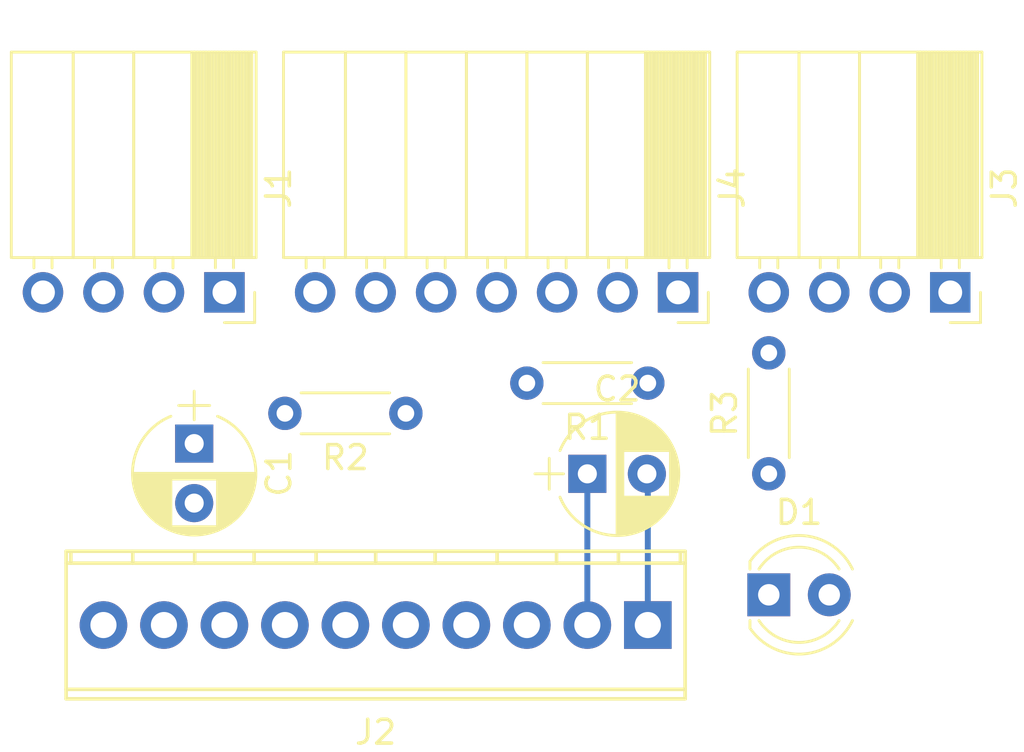
<source format=kicad_pcb>
(kicad_pcb (version 4) (host pcbnew 4.0.6-e0-6349~53~ubuntu16.04.1)

  (general
    (links 23)
    (no_connects 21)
    (area 0 0 0 0)
    (thickness 1.6)
    (drawings 0)
    (tracks 3)
    (zones 0)
    (modules 10)
    (nets 13)
  )

  (page A4)
  (layers
    (0 F.Cu signal)
    (31 B.Cu signal)
    (32 B.Adhes user)
    (33 F.Adhes user)
    (34 B.Paste user)
    (35 F.Paste user)
    (36 B.SilkS user)
    (37 F.SilkS user)
    (38 B.Mask user)
    (39 F.Mask user)
    (40 Dwgs.User user)
    (41 Cmts.User user)
    (42 Eco1.User user)
    (43 Eco2.User user)
    (44 Edge.Cuts user)
    (45 Margin user)
    (46 B.CrtYd user)
    (47 F.CrtYd user)
    (48 B.Fab user)
    (49 F.Fab user)
  )

  (setup
    (last_trace_width 0.25)
    (trace_clearance 0.2)
    (zone_clearance 0.508)
    (zone_45_only no)
    (trace_min 0.2)
    (segment_width 0.2)
    (edge_width 0.15)
    (via_size 0.6)
    (via_drill 0.4)
    (via_min_size 0.4)
    (via_min_drill 0.3)
    (uvia_size 0.3)
    (uvia_drill 0.1)
    (uvias_allowed no)
    (uvia_min_size 0.2)
    (uvia_min_drill 0.1)
    (pcb_text_width 0.3)
    (pcb_text_size 1.5 1.5)
    (mod_edge_width 0.15)
    (mod_text_size 1 1)
    (mod_text_width 0.15)
    (pad_size 1.524 1.524)
    (pad_drill 0.762)
    (pad_to_mask_clearance 0.2)
    (aux_axis_origin 0 0)
    (visible_elements FFFFFF7F)
    (pcbplotparams
      (layerselection 0x00030_80000001)
      (usegerberextensions false)
      (excludeedgelayer true)
      (linewidth 0.100000)
      (plotframeref false)
      (viasonmask false)
      (mode 1)
      (useauxorigin false)
      (hpglpennumber 1)
      (hpglpenspeed 20)
      (hpglpendiameter 15)
      (hpglpenoverlay 2)
      (psnegative false)
      (psa4output false)
      (plotreference true)
      (plotvalue true)
      (plotinvisibletext false)
      (padsonsilk false)
      (subtractmaskfromsilk false)
      (outputformat 1)
      (mirror false)
      (drillshape 1)
      (scaleselection 1)
      (outputdirectory ""))
  )

  (net 0 "")
  (net 1 GND)
  (net 2 +5V)
  (net 3 Vout)
  (net 4 +3V3)
  (net 5 Vin)
  (net 6 "Net-(D1-Pad2)")
  (net 7 /SDA)
  (net 8 /SCL)
  (net 9 /nWAKE)
  (net 10 "Net-(J1-Pad3)")
  (net 11 /nINT)
  (net 12 /nRST)

  (net_class Default "This is the default net class."
    (clearance 0.2)
    (trace_width 0.25)
    (via_dia 0.6)
    (via_drill 0.4)
    (uvia_dia 0.3)
    (uvia_drill 0.1)
    (add_net +3V3)
    (add_net +5V)
    (add_net /SCL)
    (add_net /SDA)
    (add_net /nINT)
    (add_net /nRST)
    (add_net /nWAKE)
    (add_net GND)
    (add_net "Net-(D1-Pad2)")
    (add_net "Net-(J1-Pad3)")
    (add_net Vin)
    (add_net Vout)
  )

  (module Capacitors_THT:CP_Radial_D5.0mm_P2.50mm (layer F.Cu) (tedit 5920C257) (tstamp 596B8802)
    (at 109.22 115.57 270)
    (descr "CP, Radial series, Radial, pin pitch=2.50mm, , diameter=5mm, Electrolytic Capacitor")
    (tags "CP Radial series Radial pin pitch 2.50mm  diameter 5mm Electrolytic Capacitor")
    (path /59667921)
    (fp_text reference C1 (at 1.25 -3.56 270) (layer F.SilkS)
      (effects (font (size 1 1) (thickness 0.15)))
    )
    (fp_text value CP (at 1.25 3.56 270) (layer F.Fab)
      (effects (font (size 1 1) (thickness 0.15)))
    )
    (fp_text user %R (at 0.775 0 270) (layer F.Fab)
      (effects (font (size 1 1) (thickness 0.15)))
    )
    (fp_line (start -2.2 0) (end -1 0) (layer F.Fab) (width 0.1))
    (fp_line (start -1.6 -0.65) (end -1.6 0.65) (layer F.Fab) (width 0.1))
    (fp_line (start 1.25 -2.55) (end 1.25 2.55) (layer F.SilkS) (width 0.12))
    (fp_line (start 1.29 -2.55) (end 1.29 2.55) (layer F.SilkS) (width 0.12))
    (fp_line (start 1.33 -2.549) (end 1.33 2.549) (layer F.SilkS) (width 0.12))
    (fp_line (start 1.37 -2.548) (end 1.37 2.548) (layer F.SilkS) (width 0.12))
    (fp_line (start 1.41 -2.546) (end 1.41 2.546) (layer F.SilkS) (width 0.12))
    (fp_line (start 1.45 -2.543) (end 1.45 2.543) (layer F.SilkS) (width 0.12))
    (fp_line (start 1.49 -2.539) (end 1.49 2.539) (layer F.SilkS) (width 0.12))
    (fp_line (start 1.53 -2.535) (end 1.53 -0.98) (layer F.SilkS) (width 0.12))
    (fp_line (start 1.53 0.98) (end 1.53 2.535) (layer F.SilkS) (width 0.12))
    (fp_line (start 1.57 -2.531) (end 1.57 -0.98) (layer F.SilkS) (width 0.12))
    (fp_line (start 1.57 0.98) (end 1.57 2.531) (layer F.SilkS) (width 0.12))
    (fp_line (start 1.61 -2.525) (end 1.61 -0.98) (layer F.SilkS) (width 0.12))
    (fp_line (start 1.61 0.98) (end 1.61 2.525) (layer F.SilkS) (width 0.12))
    (fp_line (start 1.65 -2.519) (end 1.65 -0.98) (layer F.SilkS) (width 0.12))
    (fp_line (start 1.65 0.98) (end 1.65 2.519) (layer F.SilkS) (width 0.12))
    (fp_line (start 1.69 -2.513) (end 1.69 -0.98) (layer F.SilkS) (width 0.12))
    (fp_line (start 1.69 0.98) (end 1.69 2.513) (layer F.SilkS) (width 0.12))
    (fp_line (start 1.73 -2.506) (end 1.73 -0.98) (layer F.SilkS) (width 0.12))
    (fp_line (start 1.73 0.98) (end 1.73 2.506) (layer F.SilkS) (width 0.12))
    (fp_line (start 1.77 -2.498) (end 1.77 -0.98) (layer F.SilkS) (width 0.12))
    (fp_line (start 1.77 0.98) (end 1.77 2.498) (layer F.SilkS) (width 0.12))
    (fp_line (start 1.81 -2.489) (end 1.81 -0.98) (layer F.SilkS) (width 0.12))
    (fp_line (start 1.81 0.98) (end 1.81 2.489) (layer F.SilkS) (width 0.12))
    (fp_line (start 1.85 -2.48) (end 1.85 -0.98) (layer F.SilkS) (width 0.12))
    (fp_line (start 1.85 0.98) (end 1.85 2.48) (layer F.SilkS) (width 0.12))
    (fp_line (start 1.89 -2.47) (end 1.89 -0.98) (layer F.SilkS) (width 0.12))
    (fp_line (start 1.89 0.98) (end 1.89 2.47) (layer F.SilkS) (width 0.12))
    (fp_line (start 1.93 -2.46) (end 1.93 -0.98) (layer F.SilkS) (width 0.12))
    (fp_line (start 1.93 0.98) (end 1.93 2.46) (layer F.SilkS) (width 0.12))
    (fp_line (start 1.971 -2.448) (end 1.971 -0.98) (layer F.SilkS) (width 0.12))
    (fp_line (start 1.971 0.98) (end 1.971 2.448) (layer F.SilkS) (width 0.12))
    (fp_line (start 2.011 -2.436) (end 2.011 -0.98) (layer F.SilkS) (width 0.12))
    (fp_line (start 2.011 0.98) (end 2.011 2.436) (layer F.SilkS) (width 0.12))
    (fp_line (start 2.051 -2.424) (end 2.051 -0.98) (layer F.SilkS) (width 0.12))
    (fp_line (start 2.051 0.98) (end 2.051 2.424) (layer F.SilkS) (width 0.12))
    (fp_line (start 2.091 -2.41) (end 2.091 -0.98) (layer F.SilkS) (width 0.12))
    (fp_line (start 2.091 0.98) (end 2.091 2.41) (layer F.SilkS) (width 0.12))
    (fp_line (start 2.131 -2.396) (end 2.131 -0.98) (layer F.SilkS) (width 0.12))
    (fp_line (start 2.131 0.98) (end 2.131 2.396) (layer F.SilkS) (width 0.12))
    (fp_line (start 2.171 -2.382) (end 2.171 -0.98) (layer F.SilkS) (width 0.12))
    (fp_line (start 2.171 0.98) (end 2.171 2.382) (layer F.SilkS) (width 0.12))
    (fp_line (start 2.211 -2.366) (end 2.211 -0.98) (layer F.SilkS) (width 0.12))
    (fp_line (start 2.211 0.98) (end 2.211 2.366) (layer F.SilkS) (width 0.12))
    (fp_line (start 2.251 -2.35) (end 2.251 -0.98) (layer F.SilkS) (width 0.12))
    (fp_line (start 2.251 0.98) (end 2.251 2.35) (layer F.SilkS) (width 0.12))
    (fp_line (start 2.291 -2.333) (end 2.291 -0.98) (layer F.SilkS) (width 0.12))
    (fp_line (start 2.291 0.98) (end 2.291 2.333) (layer F.SilkS) (width 0.12))
    (fp_line (start 2.331 -2.315) (end 2.331 -0.98) (layer F.SilkS) (width 0.12))
    (fp_line (start 2.331 0.98) (end 2.331 2.315) (layer F.SilkS) (width 0.12))
    (fp_line (start 2.371 -2.296) (end 2.371 -0.98) (layer F.SilkS) (width 0.12))
    (fp_line (start 2.371 0.98) (end 2.371 2.296) (layer F.SilkS) (width 0.12))
    (fp_line (start 2.411 -2.276) (end 2.411 -0.98) (layer F.SilkS) (width 0.12))
    (fp_line (start 2.411 0.98) (end 2.411 2.276) (layer F.SilkS) (width 0.12))
    (fp_line (start 2.451 -2.256) (end 2.451 -0.98) (layer F.SilkS) (width 0.12))
    (fp_line (start 2.451 0.98) (end 2.451 2.256) (layer F.SilkS) (width 0.12))
    (fp_line (start 2.491 -2.234) (end 2.491 -0.98) (layer F.SilkS) (width 0.12))
    (fp_line (start 2.491 0.98) (end 2.491 2.234) (layer F.SilkS) (width 0.12))
    (fp_line (start 2.531 -2.212) (end 2.531 -0.98) (layer F.SilkS) (width 0.12))
    (fp_line (start 2.531 0.98) (end 2.531 2.212) (layer F.SilkS) (width 0.12))
    (fp_line (start 2.571 -2.189) (end 2.571 -0.98) (layer F.SilkS) (width 0.12))
    (fp_line (start 2.571 0.98) (end 2.571 2.189) (layer F.SilkS) (width 0.12))
    (fp_line (start 2.611 -2.165) (end 2.611 -0.98) (layer F.SilkS) (width 0.12))
    (fp_line (start 2.611 0.98) (end 2.611 2.165) (layer F.SilkS) (width 0.12))
    (fp_line (start 2.651 -2.14) (end 2.651 -0.98) (layer F.SilkS) (width 0.12))
    (fp_line (start 2.651 0.98) (end 2.651 2.14) (layer F.SilkS) (width 0.12))
    (fp_line (start 2.691 -2.113) (end 2.691 -0.98) (layer F.SilkS) (width 0.12))
    (fp_line (start 2.691 0.98) (end 2.691 2.113) (layer F.SilkS) (width 0.12))
    (fp_line (start 2.731 -2.086) (end 2.731 -0.98) (layer F.SilkS) (width 0.12))
    (fp_line (start 2.731 0.98) (end 2.731 2.086) (layer F.SilkS) (width 0.12))
    (fp_line (start 2.771 -2.058) (end 2.771 -0.98) (layer F.SilkS) (width 0.12))
    (fp_line (start 2.771 0.98) (end 2.771 2.058) (layer F.SilkS) (width 0.12))
    (fp_line (start 2.811 -2.028) (end 2.811 -0.98) (layer F.SilkS) (width 0.12))
    (fp_line (start 2.811 0.98) (end 2.811 2.028) (layer F.SilkS) (width 0.12))
    (fp_line (start 2.851 -1.997) (end 2.851 -0.98) (layer F.SilkS) (width 0.12))
    (fp_line (start 2.851 0.98) (end 2.851 1.997) (layer F.SilkS) (width 0.12))
    (fp_line (start 2.891 -1.965) (end 2.891 -0.98) (layer F.SilkS) (width 0.12))
    (fp_line (start 2.891 0.98) (end 2.891 1.965) (layer F.SilkS) (width 0.12))
    (fp_line (start 2.931 -1.932) (end 2.931 -0.98) (layer F.SilkS) (width 0.12))
    (fp_line (start 2.931 0.98) (end 2.931 1.932) (layer F.SilkS) (width 0.12))
    (fp_line (start 2.971 -1.897) (end 2.971 -0.98) (layer F.SilkS) (width 0.12))
    (fp_line (start 2.971 0.98) (end 2.971 1.897) (layer F.SilkS) (width 0.12))
    (fp_line (start 3.011 -1.861) (end 3.011 -0.98) (layer F.SilkS) (width 0.12))
    (fp_line (start 3.011 0.98) (end 3.011 1.861) (layer F.SilkS) (width 0.12))
    (fp_line (start 3.051 -1.823) (end 3.051 -0.98) (layer F.SilkS) (width 0.12))
    (fp_line (start 3.051 0.98) (end 3.051 1.823) (layer F.SilkS) (width 0.12))
    (fp_line (start 3.091 -1.783) (end 3.091 -0.98) (layer F.SilkS) (width 0.12))
    (fp_line (start 3.091 0.98) (end 3.091 1.783) (layer F.SilkS) (width 0.12))
    (fp_line (start 3.131 -1.742) (end 3.131 -0.98) (layer F.SilkS) (width 0.12))
    (fp_line (start 3.131 0.98) (end 3.131 1.742) (layer F.SilkS) (width 0.12))
    (fp_line (start 3.171 -1.699) (end 3.171 -0.98) (layer F.SilkS) (width 0.12))
    (fp_line (start 3.171 0.98) (end 3.171 1.699) (layer F.SilkS) (width 0.12))
    (fp_line (start 3.211 -1.654) (end 3.211 -0.98) (layer F.SilkS) (width 0.12))
    (fp_line (start 3.211 0.98) (end 3.211 1.654) (layer F.SilkS) (width 0.12))
    (fp_line (start 3.251 -1.606) (end 3.251 -0.98) (layer F.SilkS) (width 0.12))
    (fp_line (start 3.251 0.98) (end 3.251 1.606) (layer F.SilkS) (width 0.12))
    (fp_line (start 3.291 -1.556) (end 3.291 -0.98) (layer F.SilkS) (width 0.12))
    (fp_line (start 3.291 0.98) (end 3.291 1.556) (layer F.SilkS) (width 0.12))
    (fp_line (start 3.331 -1.504) (end 3.331 -0.98) (layer F.SilkS) (width 0.12))
    (fp_line (start 3.331 0.98) (end 3.331 1.504) (layer F.SilkS) (width 0.12))
    (fp_line (start 3.371 -1.448) (end 3.371 -0.98) (layer F.SilkS) (width 0.12))
    (fp_line (start 3.371 0.98) (end 3.371 1.448) (layer F.SilkS) (width 0.12))
    (fp_line (start 3.411 -1.39) (end 3.411 -0.98) (layer F.SilkS) (width 0.12))
    (fp_line (start 3.411 0.98) (end 3.411 1.39) (layer F.SilkS) (width 0.12))
    (fp_line (start 3.451 -1.327) (end 3.451 -0.98) (layer F.SilkS) (width 0.12))
    (fp_line (start 3.451 0.98) (end 3.451 1.327) (layer F.SilkS) (width 0.12))
    (fp_line (start 3.491 -1.261) (end 3.491 1.261) (layer F.SilkS) (width 0.12))
    (fp_line (start 3.531 -1.189) (end 3.531 1.189) (layer F.SilkS) (width 0.12))
    (fp_line (start 3.571 -1.112) (end 3.571 1.112) (layer F.SilkS) (width 0.12))
    (fp_line (start 3.611 -1.028) (end 3.611 1.028) (layer F.SilkS) (width 0.12))
    (fp_line (start 3.651 -0.934) (end 3.651 0.934) (layer F.SilkS) (width 0.12))
    (fp_line (start 3.691 -0.829) (end 3.691 0.829) (layer F.SilkS) (width 0.12))
    (fp_line (start 3.731 -0.707) (end 3.731 0.707) (layer F.SilkS) (width 0.12))
    (fp_line (start 3.771 -0.559) (end 3.771 0.559) (layer F.SilkS) (width 0.12))
    (fp_line (start 3.811 -0.354) (end 3.811 0.354) (layer F.SilkS) (width 0.12))
    (fp_line (start -2.2 0) (end -1 0) (layer F.SilkS) (width 0.12))
    (fp_line (start -1.6 -0.65) (end -1.6 0.65) (layer F.SilkS) (width 0.12))
    (fp_line (start -1.6 -2.85) (end -1.6 2.85) (layer F.CrtYd) (width 0.05))
    (fp_line (start -1.6 2.85) (end 4.1 2.85) (layer F.CrtYd) (width 0.05))
    (fp_line (start 4.1 2.85) (end 4.1 -2.85) (layer F.CrtYd) (width 0.05))
    (fp_line (start 4.1 -2.85) (end -1.6 -2.85) (layer F.CrtYd) (width 0.05))
    (fp_circle (center 1.25 0) (end 3.75 0) (layer F.Fab) (width 0.1))
    (fp_arc (start 1.25 0) (end -1.147436 -0.98) (angle 135.5) (layer F.SilkS) (width 0.12))
    (fp_arc (start 1.25 0) (end -1.147436 0.98) (angle -135.5) (layer F.SilkS) (width 0.12))
    (fp_arc (start 1.25 0) (end 3.647436 -0.98) (angle 44.5) (layer F.SilkS) (width 0.12))
    (pad 1 thru_hole rect (at 0 0 270) (size 1.6 1.6) (drill 0.8) (layers *.Cu *.Mask)
      (net 2 +5V))
    (pad 2 thru_hole circle (at 2.5 0 270) (size 1.6 1.6) (drill 0.8) (layers *.Cu *.Mask)
      (net 1 GND))
    (model ${KISYS3DMOD}/Capacitors_THT.3dshapes/CP_Radial_D5.0mm_P2.50mm.wrl
      (at (xyz 0 0 0))
      (scale (xyz 1 1 1))
      (rotate (xyz 0 0 0))
    )
  )

  (module Capacitors_THT:CP_Radial_D5.0mm_P2.50mm (layer F.Cu) (tedit 5920C257) (tstamp 596B8808)
    (at 125.73 116.84)
    (descr "CP, Radial series, Radial, pin pitch=2.50mm, , diameter=5mm, Electrolytic Capacitor")
    (tags "CP Radial series Radial pin pitch 2.50mm  diameter 5mm Electrolytic Capacitor")
    (path /5966781A)
    (fp_text reference C2 (at 1.25 -3.56) (layer F.SilkS)
      (effects (font (size 1 1) (thickness 0.15)))
    )
    (fp_text value CP (at 1.25 3.56) (layer F.Fab)
      (effects (font (size 1 1) (thickness 0.15)))
    )
    (fp_text user %R (at 0.775 0) (layer F.Fab)
      (effects (font (size 1 1) (thickness 0.15)))
    )
    (fp_line (start -2.2 0) (end -1 0) (layer F.Fab) (width 0.1))
    (fp_line (start -1.6 -0.65) (end -1.6 0.65) (layer F.Fab) (width 0.1))
    (fp_line (start 1.25 -2.55) (end 1.25 2.55) (layer F.SilkS) (width 0.12))
    (fp_line (start 1.29 -2.55) (end 1.29 2.55) (layer F.SilkS) (width 0.12))
    (fp_line (start 1.33 -2.549) (end 1.33 2.549) (layer F.SilkS) (width 0.12))
    (fp_line (start 1.37 -2.548) (end 1.37 2.548) (layer F.SilkS) (width 0.12))
    (fp_line (start 1.41 -2.546) (end 1.41 2.546) (layer F.SilkS) (width 0.12))
    (fp_line (start 1.45 -2.543) (end 1.45 2.543) (layer F.SilkS) (width 0.12))
    (fp_line (start 1.49 -2.539) (end 1.49 2.539) (layer F.SilkS) (width 0.12))
    (fp_line (start 1.53 -2.535) (end 1.53 -0.98) (layer F.SilkS) (width 0.12))
    (fp_line (start 1.53 0.98) (end 1.53 2.535) (layer F.SilkS) (width 0.12))
    (fp_line (start 1.57 -2.531) (end 1.57 -0.98) (layer F.SilkS) (width 0.12))
    (fp_line (start 1.57 0.98) (end 1.57 2.531) (layer F.SilkS) (width 0.12))
    (fp_line (start 1.61 -2.525) (end 1.61 -0.98) (layer F.SilkS) (width 0.12))
    (fp_line (start 1.61 0.98) (end 1.61 2.525) (layer F.SilkS) (width 0.12))
    (fp_line (start 1.65 -2.519) (end 1.65 -0.98) (layer F.SilkS) (width 0.12))
    (fp_line (start 1.65 0.98) (end 1.65 2.519) (layer F.SilkS) (width 0.12))
    (fp_line (start 1.69 -2.513) (end 1.69 -0.98) (layer F.SilkS) (width 0.12))
    (fp_line (start 1.69 0.98) (end 1.69 2.513) (layer F.SilkS) (width 0.12))
    (fp_line (start 1.73 -2.506) (end 1.73 -0.98) (layer F.SilkS) (width 0.12))
    (fp_line (start 1.73 0.98) (end 1.73 2.506) (layer F.SilkS) (width 0.12))
    (fp_line (start 1.77 -2.498) (end 1.77 -0.98) (layer F.SilkS) (width 0.12))
    (fp_line (start 1.77 0.98) (end 1.77 2.498) (layer F.SilkS) (width 0.12))
    (fp_line (start 1.81 -2.489) (end 1.81 -0.98) (layer F.SilkS) (width 0.12))
    (fp_line (start 1.81 0.98) (end 1.81 2.489) (layer F.SilkS) (width 0.12))
    (fp_line (start 1.85 -2.48) (end 1.85 -0.98) (layer F.SilkS) (width 0.12))
    (fp_line (start 1.85 0.98) (end 1.85 2.48) (layer F.SilkS) (width 0.12))
    (fp_line (start 1.89 -2.47) (end 1.89 -0.98) (layer F.SilkS) (width 0.12))
    (fp_line (start 1.89 0.98) (end 1.89 2.47) (layer F.SilkS) (width 0.12))
    (fp_line (start 1.93 -2.46) (end 1.93 -0.98) (layer F.SilkS) (width 0.12))
    (fp_line (start 1.93 0.98) (end 1.93 2.46) (layer F.SilkS) (width 0.12))
    (fp_line (start 1.971 -2.448) (end 1.971 -0.98) (layer F.SilkS) (width 0.12))
    (fp_line (start 1.971 0.98) (end 1.971 2.448) (layer F.SilkS) (width 0.12))
    (fp_line (start 2.011 -2.436) (end 2.011 -0.98) (layer F.SilkS) (width 0.12))
    (fp_line (start 2.011 0.98) (end 2.011 2.436) (layer F.SilkS) (width 0.12))
    (fp_line (start 2.051 -2.424) (end 2.051 -0.98) (layer F.SilkS) (width 0.12))
    (fp_line (start 2.051 0.98) (end 2.051 2.424) (layer F.SilkS) (width 0.12))
    (fp_line (start 2.091 -2.41) (end 2.091 -0.98) (layer F.SilkS) (width 0.12))
    (fp_line (start 2.091 0.98) (end 2.091 2.41) (layer F.SilkS) (width 0.12))
    (fp_line (start 2.131 -2.396) (end 2.131 -0.98) (layer F.SilkS) (width 0.12))
    (fp_line (start 2.131 0.98) (end 2.131 2.396) (layer F.SilkS) (width 0.12))
    (fp_line (start 2.171 -2.382) (end 2.171 -0.98) (layer F.SilkS) (width 0.12))
    (fp_line (start 2.171 0.98) (end 2.171 2.382) (layer F.SilkS) (width 0.12))
    (fp_line (start 2.211 -2.366) (end 2.211 -0.98) (layer F.SilkS) (width 0.12))
    (fp_line (start 2.211 0.98) (end 2.211 2.366) (layer F.SilkS) (width 0.12))
    (fp_line (start 2.251 -2.35) (end 2.251 -0.98) (layer F.SilkS) (width 0.12))
    (fp_line (start 2.251 0.98) (end 2.251 2.35) (layer F.SilkS) (width 0.12))
    (fp_line (start 2.291 -2.333) (end 2.291 -0.98) (layer F.SilkS) (width 0.12))
    (fp_line (start 2.291 0.98) (end 2.291 2.333) (layer F.SilkS) (width 0.12))
    (fp_line (start 2.331 -2.315) (end 2.331 -0.98) (layer F.SilkS) (width 0.12))
    (fp_line (start 2.331 0.98) (end 2.331 2.315) (layer F.SilkS) (width 0.12))
    (fp_line (start 2.371 -2.296) (end 2.371 -0.98) (layer F.SilkS) (width 0.12))
    (fp_line (start 2.371 0.98) (end 2.371 2.296) (layer F.SilkS) (width 0.12))
    (fp_line (start 2.411 -2.276) (end 2.411 -0.98) (layer F.SilkS) (width 0.12))
    (fp_line (start 2.411 0.98) (end 2.411 2.276) (layer F.SilkS) (width 0.12))
    (fp_line (start 2.451 -2.256) (end 2.451 -0.98) (layer F.SilkS) (width 0.12))
    (fp_line (start 2.451 0.98) (end 2.451 2.256) (layer F.SilkS) (width 0.12))
    (fp_line (start 2.491 -2.234) (end 2.491 -0.98) (layer F.SilkS) (width 0.12))
    (fp_line (start 2.491 0.98) (end 2.491 2.234) (layer F.SilkS) (width 0.12))
    (fp_line (start 2.531 -2.212) (end 2.531 -0.98) (layer F.SilkS) (width 0.12))
    (fp_line (start 2.531 0.98) (end 2.531 2.212) (layer F.SilkS) (width 0.12))
    (fp_line (start 2.571 -2.189) (end 2.571 -0.98) (layer F.SilkS) (width 0.12))
    (fp_line (start 2.571 0.98) (end 2.571 2.189) (layer F.SilkS) (width 0.12))
    (fp_line (start 2.611 -2.165) (end 2.611 -0.98) (layer F.SilkS) (width 0.12))
    (fp_line (start 2.611 0.98) (end 2.611 2.165) (layer F.SilkS) (width 0.12))
    (fp_line (start 2.651 -2.14) (end 2.651 -0.98) (layer F.SilkS) (width 0.12))
    (fp_line (start 2.651 0.98) (end 2.651 2.14) (layer F.SilkS) (width 0.12))
    (fp_line (start 2.691 -2.113) (end 2.691 -0.98) (layer F.SilkS) (width 0.12))
    (fp_line (start 2.691 0.98) (end 2.691 2.113) (layer F.SilkS) (width 0.12))
    (fp_line (start 2.731 -2.086) (end 2.731 -0.98) (layer F.SilkS) (width 0.12))
    (fp_line (start 2.731 0.98) (end 2.731 2.086) (layer F.SilkS) (width 0.12))
    (fp_line (start 2.771 -2.058) (end 2.771 -0.98) (layer F.SilkS) (width 0.12))
    (fp_line (start 2.771 0.98) (end 2.771 2.058) (layer F.SilkS) (width 0.12))
    (fp_line (start 2.811 -2.028) (end 2.811 -0.98) (layer F.SilkS) (width 0.12))
    (fp_line (start 2.811 0.98) (end 2.811 2.028) (layer F.SilkS) (width 0.12))
    (fp_line (start 2.851 -1.997) (end 2.851 -0.98) (layer F.SilkS) (width 0.12))
    (fp_line (start 2.851 0.98) (end 2.851 1.997) (layer F.SilkS) (width 0.12))
    (fp_line (start 2.891 -1.965) (end 2.891 -0.98) (layer F.SilkS) (width 0.12))
    (fp_line (start 2.891 0.98) (end 2.891 1.965) (layer F.SilkS) (width 0.12))
    (fp_line (start 2.931 -1.932) (end 2.931 -0.98) (layer F.SilkS) (width 0.12))
    (fp_line (start 2.931 0.98) (end 2.931 1.932) (layer F.SilkS) (width 0.12))
    (fp_line (start 2.971 -1.897) (end 2.971 -0.98) (layer F.SilkS) (width 0.12))
    (fp_line (start 2.971 0.98) (end 2.971 1.897) (layer F.SilkS) (width 0.12))
    (fp_line (start 3.011 -1.861) (end 3.011 -0.98) (layer F.SilkS) (width 0.12))
    (fp_line (start 3.011 0.98) (end 3.011 1.861) (layer F.SilkS) (width 0.12))
    (fp_line (start 3.051 -1.823) (end 3.051 -0.98) (layer F.SilkS) (width 0.12))
    (fp_line (start 3.051 0.98) (end 3.051 1.823) (layer F.SilkS) (width 0.12))
    (fp_line (start 3.091 -1.783) (end 3.091 -0.98) (layer F.SilkS) (width 0.12))
    (fp_line (start 3.091 0.98) (end 3.091 1.783) (layer F.SilkS) (width 0.12))
    (fp_line (start 3.131 -1.742) (end 3.131 -0.98) (layer F.SilkS) (width 0.12))
    (fp_line (start 3.131 0.98) (end 3.131 1.742) (layer F.SilkS) (width 0.12))
    (fp_line (start 3.171 -1.699) (end 3.171 -0.98) (layer F.SilkS) (width 0.12))
    (fp_line (start 3.171 0.98) (end 3.171 1.699) (layer F.SilkS) (width 0.12))
    (fp_line (start 3.211 -1.654) (end 3.211 -0.98) (layer F.SilkS) (width 0.12))
    (fp_line (start 3.211 0.98) (end 3.211 1.654) (layer F.SilkS) (width 0.12))
    (fp_line (start 3.251 -1.606) (end 3.251 -0.98) (layer F.SilkS) (width 0.12))
    (fp_line (start 3.251 0.98) (end 3.251 1.606) (layer F.SilkS) (width 0.12))
    (fp_line (start 3.291 -1.556) (end 3.291 -0.98) (layer F.SilkS) (width 0.12))
    (fp_line (start 3.291 0.98) (end 3.291 1.556) (layer F.SilkS) (width 0.12))
    (fp_line (start 3.331 -1.504) (end 3.331 -0.98) (layer F.SilkS) (width 0.12))
    (fp_line (start 3.331 0.98) (end 3.331 1.504) (layer F.SilkS) (width 0.12))
    (fp_line (start 3.371 -1.448) (end 3.371 -0.98) (layer F.SilkS) (width 0.12))
    (fp_line (start 3.371 0.98) (end 3.371 1.448) (layer F.SilkS) (width 0.12))
    (fp_line (start 3.411 -1.39) (end 3.411 -0.98) (layer F.SilkS) (width 0.12))
    (fp_line (start 3.411 0.98) (end 3.411 1.39) (layer F.SilkS) (width 0.12))
    (fp_line (start 3.451 -1.327) (end 3.451 -0.98) (layer F.SilkS) (width 0.12))
    (fp_line (start 3.451 0.98) (end 3.451 1.327) (layer F.SilkS) (width 0.12))
    (fp_line (start 3.491 -1.261) (end 3.491 1.261) (layer F.SilkS) (width 0.12))
    (fp_line (start 3.531 -1.189) (end 3.531 1.189) (layer F.SilkS) (width 0.12))
    (fp_line (start 3.571 -1.112) (end 3.571 1.112) (layer F.SilkS) (width 0.12))
    (fp_line (start 3.611 -1.028) (end 3.611 1.028) (layer F.SilkS) (width 0.12))
    (fp_line (start 3.651 -0.934) (end 3.651 0.934) (layer F.SilkS) (width 0.12))
    (fp_line (start 3.691 -0.829) (end 3.691 0.829) (layer F.SilkS) (width 0.12))
    (fp_line (start 3.731 -0.707) (end 3.731 0.707) (layer F.SilkS) (width 0.12))
    (fp_line (start 3.771 -0.559) (end 3.771 0.559) (layer F.SilkS) (width 0.12))
    (fp_line (start 3.811 -0.354) (end 3.811 0.354) (layer F.SilkS) (width 0.12))
    (fp_line (start -2.2 0) (end -1 0) (layer F.SilkS) (width 0.12))
    (fp_line (start -1.6 -0.65) (end -1.6 0.65) (layer F.SilkS) (width 0.12))
    (fp_line (start -1.6 -2.85) (end -1.6 2.85) (layer F.CrtYd) (width 0.05))
    (fp_line (start -1.6 2.85) (end 4.1 2.85) (layer F.CrtYd) (width 0.05))
    (fp_line (start 4.1 2.85) (end 4.1 -2.85) (layer F.CrtYd) (width 0.05))
    (fp_line (start 4.1 -2.85) (end -1.6 -2.85) (layer F.CrtYd) (width 0.05))
    (fp_circle (center 1.25 0) (end 3.75 0) (layer F.Fab) (width 0.1))
    (fp_arc (start 1.25 0) (end -1.147436 -0.98) (angle 135.5) (layer F.SilkS) (width 0.12))
    (fp_arc (start 1.25 0) (end -1.147436 0.98) (angle -135.5) (layer F.SilkS) (width 0.12))
    (fp_arc (start 1.25 0) (end 3.647436 -0.98) (angle 44.5) (layer F.SilkS) (width 0.12))
    (pad 1 thru_hole rect (at 0 0) (size 1.6 1.6) (drill 0.8) (layers *.Cu *.Mask)
      (net 4 +3V3))
    (pad 2 thru_hole circle (at 2.5 0) (size 1.6 1.6) (drill 0.8) (layers *.Cu *.Mask)
      (net 1 GND))
    (model ${KISYS3DMOD}/Capacitors_THT.3dshapes/CP_Radial_D5.0mm_P2.50mm.wrl
      (at (xyz 0 0 0))
      (scale (xyz 1 1 1))
      (rotate (xyz 0 0 0))
    )
  )

  (module LEDs:LED_D4.0mm (layer F.Cu) (tedit 587A3A7B) (tstamp 596B880E)
    (at 133.35 121.92)
    (descr "LED, diameter 4.0mm, 2 pins, http://www.kingbright.com/attachments/file/psearch/000/00/00/L-43GD(Ver.12B).pdf")
    (tags "LED diameter 4.0mm 2 pins")
    (path /59667ADE)
    (fp_text reference D1 (at 1.27 -3.46) (layer F.SilkS)
      (effects (font (size 1 1) (thickness 0.15)))
    )
    (fp_text value LED (at 1.27 3.46) (layer F.Fab)
      (effects (font (size 1 1) (thickness 0.15)))
    )
    (fp_arc (start 1.27 0) (end -0.73 -1.32665) (angle 292.9) (layer F.Fab) (width 0.1))
    (fp_arc (start 1.27 0) (end -0.79 -1.398749) (angle 120.1) (layer F.SilkS) (width 0.12))
    (fp_arc (start 1.27 0) (end -0.79 1.398749) (angle -120.1) (layer F.SilkS) (width 0.12))
    (fp_arc (start 1.27 0) (end -0.41333 -1.08) (angle 114.6) (layer F.SilkS) (width 0.12))
    (fp_arc (start 1.27 0) (end -0.41333 1.08) (angle -114.6) (layer F.SilkS) (width 0.12))
    (fp_circle (center 1.27 0) (end 3.27 0) (layer F.Fab) (width 0.1))
    (fp_line (start -0.73 -1.32665) (end -0.73 1.32665) (layer F.Fab) (width 0.1))
    (fp_line (start -0.79 -1.399) (end -0.79 -1.08) (layer F.SilkS) (width 0.12))
    (fp_line (start -0.79 1.08) (end -0.79 1.399) (layer F.SilkS) (width 0.12))
    (fp_line (start -1.45 -2.75) (end -1.45 2.75) (layer F.CrtYd) (width 0.05))
    (fp_line (start -1.45 2.75) (end 4 2.75) (layer F.CrtYd) (width 0.05))
    (fp_line (start 4 2.75) (end 4 -2.75) (layer F.CrtYd) (width 0.05))
    (fp_line (start 4 -2.75) (end -1.45 -2.75) (layer F.CrtYd) (width 0.05))
    (pad 1 thru_hole rect (at 0 0) (size 1.8 1.8) (drill 0.9) (layers *.Cu *.Mask)
      (net 1 GND))
    (pad 2 thru_hole circle (at 2.54 0) (size 1.8 1.8) (drill 0.9) (layers *.Cu *.Mask)
      (net 6 "Net-(D1-Pad2)"))
    (model ${KISYS3DMOD}/LEDs.3dshapes/LED_D4.0mm.wrl
      (at (xyz 0 0 0))
      (scale (xyz 0.393701 0.393701 0.393701))
      (rotate (xyz 0 0 0))
    )
  )

  (module Socket_Strips:Socket_Strip_Angled_1x04_Pitch2.54mm (layer F.Cu) (tedit 596BEAAA) (tstamp 596B8816)
    (at 110.49 109.22 270)
    (descr "Through hole angled socket strip, 1x04, 2.54mm pitch, 8.51mm socket length, single row")
    (tags "Through hole angled socket strip THT 1x04 2.54mm single row")
    (path /596669B3)
    (fp_text reference J1 (at -4.38 -2.27 270) (layer F.SilkS)
      (effects (font (size 1 1) (thickness 0.15)))
    )
    (fp_text value MG811 (at -11.43 3.81 360) (layer F.Fab)
      (effects (font (size 1 1) (thickness 0.15)))
    )
    (fp_line (start -1.52 -1.27) (end -1.52 1.27) (layer F.Fab) (width 0.1))
    (fp_line (start -1.52 1.27) (end -10.03 1.27) (layer F.Fab) (width 0.1))
    (fp_line (start -10.03 1.27) (end -10.03 -1.27) (layer F.Fab) (width 0.1))
    (fp_line (start -10.03 -1.27) (end -1.52 -1.27) (layer F.Fab) (width 0.1))
    (fp_line (start 0 -0.32) (end 0 0.32) (layer F.Fab) (width 0.1))
    (fp_line (start 0 0.32) (end -1.52 0.32) (layer F.Fab) (width 0.1))
    (fp_line (start -1.52 0.32) (end -1.52 -0.32) (layer F.Fab) (width 0.1))
    (fp_line (start -1.52 -0.32) (end 0 -0.32) (layer F.Fab) (width 0.1))
    (fp_line (start -1.52 1.27) (end -1.52 3.81) (layer F.Fab) (width 0.1))
    (fp_line (start -1.52 3.81) (end -10.03 3.81) (layer F.Fab) (width 0.1))
    (fp_line (start -10.03 3.81) (end -10.03 1.27) (layer F.Fab) (width 0.1))
    (fp_line (start -10.03 1.27) (end -1.52 1.27) (layer F.Fab) (width 0.1))
    (fp_line (start 0 2.22) (end 0 2.86) (layer F.Fab) (width 0.1))
    (fp_line (start 0 2.86) (end -1.52 2.86) (layer F.Fab) (width 0.1))
    (fp_line (start -1.52 2.86) (end -1.52 2.22) (layer F.Fab) (width 0.1))
    (fp_line (start -1.52 2.22) (end 0 2.22) (layer F.Fab) (width 0.1))
    (fp_line (start -1.52 3.81) (end -1.52 6.35) (layer F.Fab) (width 0.1))
    (fp_line (start -1.52 6.35) (end -10.03 6.35) (layer F.Fab) (width 0.1))
    (fp_line (start -10.03 6.35) (end -10.03 3.81) (layer F.Fab) (width 0.1))
    (fp_line (start -10.03 3.81) (end -1.52 3.81) (layer F.Fab) (width 0.1))
    (fp_line (start 0 4.76) (end 0 5.4) (layer F.Fab) (width 0.1))
    (fp_line (start 0 5.4) (end -1.52 5.4) (layer F.Fab) (width 0.1))
    (fp_line (start -1.52 5.4) (end -1.52 4.76) (layer F.Fab) (width 0.1))
    (fp_line (start -1.52 4.76) (end 0 4.76) (layer F.Fab) (width 0.1))
    (fp_line (start -1.52 6.35) (end -1.52 8.89) (layer F.Fab) (width 0.1))
    (fp_line (start -1.52 8.89) (end -10.03 8.89) (layer F.Fab) (width 0.1))
    (fp_line (start -10.03 8.89) (end -10.03 6.35) (layer F.Fab) (width 0.1))
    (fp_line (start -10.03 6.35) (end -1.52 6.35) (layer F.Fab) (width 0.1))
    (fp_line (start 0 7.3) (end 0 7.94) (layer F.Fab) (width 0.1))
    (fp_line (start 0 7.94) (end -1.52 7.94) (layer F.Fab) (width 0.1))
    (fp_line (start -1.52 7.94) (end -1.52 7.3) (layer F.Fab) (width 0.1))
    (fp_line (start -1.52 7.3) (end 0 7.3) (layer F.Fab) (width 0.1))
    (fp_line (start -1.46 -1.33) (end -1.46 1.27) (layer F.SilkS) (width 0.12))
    (fp_line (start -1.46 1.27) (end -10.09 1.27) (layer F.SilkS) (width 0.12))
    (fp_line (start -10.09 1.27) (end -10.09 -1.33) (layer F.SilkS) (width 0.12))
    (fp_line (start -10.09 -1.33) (end -1.46 -1.33) (layer F.SilkS) (width 0.12))
    (fp_line (start -1.03 -0.38) (end -1.46 -0.38) (layer F.SilkS) (width 0.12))
    (fp_line (start -1.03 0.38) (end -1.46 0.38) (layer F.SilkS) (width 0.12))
    (fp_line (start -1.46 -1.15) (end -10.09 -1.15) (layer F.SilkS) (width 0.12))
    (fp_line (start -1.46 -1.03) (end -10.09 -1.03) (layer F.SilkS) (width 0.12))
    (fp_line (start -1.46 -0.91) (end -10.09 -0.91) (layer F.SilkS) (width 0.12))
    (fp_line (start -1.46 -0.79) (end -10.09 -0.79) (layer F.SilkS) (width 0.12))
    (fp_line (start -1.46 -0.67) (end -10.09 -0.67) (layer F.SilkS) (width 0.12))
    (fp_line (start -1.46 -0.55) (end -10.09 -0.55) (layer F.SilkS) (width 0.12))
    (fp_line (start -1.46 -0.43) (end -10.09 -0.43) (layer F.SilkS) (width 0.12))
    (fp_line (start -1.46 -0.31) (end -10.09 -0.31) (layer F.SilkS) (width 0.12))
    (fp_line (start -1.46 -0.19) (end -10.09 -0.19) (layer F.SilkS) (width 0.12))
    (fp_line (start -1.46 -0.07) (end -10.09 -0.07) (layer F.SilkS) (width 0.12))
    (fp_line (start -1.46 0.05) (end -10.09 0.05) (layer F.SilkS) (width 0.12))
    (fp_line (start -1.46 0.17) (end -10.09 0.17) (layer F.SilkS) (width 0.12))
    (fp_line (start -1.46 0.29) (end -10.09 0.29) (layer F.SilkS) (width 0.12))
    (fp_line (start -1.46 0.41) (end -10.09 0.41) (layer F.SilkS) (width 0.12))
    (fp_line (start -1.46 0.53) (end -10.09 0.53) (layer F.SilkS) (width 0.12))
    (fp_line (start -1.46 0.65) (end -10.09 0.65) (layer F.SilkS) (width 0.12))
    (fp_line (start -1.46 0.77) (end -10.09 0.77) (layer F.SilkS) (width 0.12))
    (fp_line (start -1.46 0.89) (end -10.09 0.89) (layer F.SilkS) (width 0.12))
    (fp_line (start -1.46 1.01) (end -10.09 1.01) (layer F.SilkS) (width 0.12))
    (fp_line (start -1.46 1.13) (end -10.09 1.13) (layer F.SilkS) (width 0.12))
    (fp_line (start -1.46 1.25) (end -10.09 1.25) (layer F.SilkS) (width 0.12))
    (fp_line (start -1.46 1.37) (end -10.09 1.37) (layer F.SilkS) (width 0.12))
    (fp_line (start -1.46 1.27) (end -1.46 3.81) (layer F.SilkS) (width 0.12))
    (fp_line (start -1.46 3.81) (end -10.09 3.81) (layer F.SilkS) (width 0.12))
    (fp_line (start -10.09 3.81) (end -10.09 1.27) (layer F.SilkS) (width 0.12))
    (fp_line (start -10.09 1.27) (end -1.46 1.27) (layer F.SilkS) (width 0.12))
    (fp_line (start -1.03 2.16) (end -1.46 2.16) (layer F.SilkS) (width 0.12))
    (fp_line (start -1.03 2.92) (end -1.46 2.92) (layer F.SilkS) (width 0.12))
    (fp_line (start -1.46 3.81) (end -1.46 6.35) (layer F.SilkS) (width 0.12))
    (fp_line (start -1.46 6.35) (end -10.09 6.35) (layer F.SilkS) (width 0.12))
    (fp_line (start -10.09 6.35) (end -10.09 3.81) (layer F.SilkS) (width 0.12))
    (fp_line (start -10.09 3.81) (end -1.46 3.81) (layer F.SilkS) (width 0.12))
    (fp_line (start -1.03 4.7) (end -1.46 4.7) (layer F.SilkS) (width 0.12))
    (fp_line (start -1.03 5.46) (end -1.46 5.46) (layer F.SilkS) (width 0.12))
    (fp_line (start -1.46 6.35) (end -1.46 8.95) (layer F.SilkS) (width 0.12))
    (fp_line (start -1.46 8.95) (end -10.09 8.95) (layer F.SilkS) (width 0.12))
    (fp_line (start -10.09 8.95) (end -10.09 6.35) (layer F.SilkS) (width 0.12))
    (fp_line (start -10.09 6.35) (end -1.46 6.35) (layer F.SilkS) (width 0.12))
    (fp_line (start -1.03 7.24) (end -1.46 7.24) (layer F.SilkS) (width 0.12))
    (fp_line (start -1.03 8) (end -1.46 8) (layer F.SilkS) (width 0.12))
    (fp_line (start 0 -1.27) (end 1.27 -1.27) (layer F.SilkS) (width 0.12))
    (fp_line (start 1.27 -1.27) (end 1.27 0) (layer F.SilkS) (width 0.12))
    (fp_line (start 1.8 -1.8) (end 1.8 9.4) (layer F.CrtYd) (width 0.05))
    (fp_line (start 1.8 9.4) (end -10.55 9.4) (layer F.CrtYd) (width 0.05))
    (fp_line (start -10.55 9.4) (end -10.55 -1.8) (layer F.CrtYd) (width 0.05))
    (fp_line (start -10.55 -1.8) (end 1.8 -1.8) (layer F.CrtYd) (width 0.05))
    (fp_text user %R (at -4.38 -2.27 270) (layer F.Fab)
      (effects (font (size 1 1) (thickness 0.15)))
    )
    (pad 1 thru_hole rect (at 0 0 270) (size 1.7 1.7) (drill 1) (layers *.Cu *.Mask)
      (net 1 GND))
    (pad 2 thru_hole oval (at 0 2.54 270) (size 1.7 1.7) (drill 1) (layers *.Cu *.Mask)
      (net 2 +5V))
    (pad 3 thru_hole oval (at 0 5.08 270) (size 1.7 1.7) (drill 1) (layers *.Cu *.Mask)
      (net 10 "Net-(J1-Pad3)"))
    (pad 4 thru_hole oval (at 0 7.62 270) (size 1.7 1.7) (drill 1) (layers *.Cu *.Mask))
    (model ${KISYS3DMOD}/Socket_Strips.3dshapes/Socket_Strip_Angled_1x04_Pitch2.54mm.wrl
      (at (xyz 0 -0.15 0))
      (scale (xyz 1 1 1))
      (rotate (xyz 0 0 270))
    )
  )

  (module Socket_Strips:Socket_Strip_Angled_1x04_Pitch2.54mm (layer F.Cu) (tedit 596BEA9D) (tstamp 596B8828)
    (at 140.97 109.22 270)
    (descr "Through hole angled socket strip, 1x04, 2.54mm pitch, 8.51mm socket length, single row")
    (tags "Through hole angled socket strip THT 1x04 2.54mm single row")
    (path /59666EBF)
    (fp_text reference J3 (at -4.38 -2.27 270) (layer F.SilkS)
      (effects (font (size 1 1) (thickness 0.15)))
    )
    (fp_text value MQ135 (at -11.43 3.81 360) (layer F.Fab)
      (effects (font (size 1 1) (thickness 0.15)))
    )
    (fp_line (start -1.52 -1.27) (end -1.52 1.27) (layer F.Fab) (width 0.1))
    (fp_line (start -1.52 1.27) (end -10.03 1.27) (layer F.Fab) (width 0.1))
    (fp_line (start -10.03 1.27) (end -10.03 -1.27) (layer F.Fab) (width 0.1))
    (fp_line (start -10.03 -1.27) (end -1.52 -1.27) (layer F.Fab) (width 0.1))
    (fp_line (start 0 -0.32) (end 0 0.32) (layer F.Fab) (width 0.1))
    (fp_line (start 0 0.32) (end -1.52 0.32) (layer F.Fab) (width 0.1))
    (fp_line (start -1.52 0.32) (end -1.52 -0.32) (layer F.Fab) (width 0.1))
    (fp_line (start -1.52 -0.32) (end 0 -0.32) (layer F.Fab) (width 0.1))
    (fp_line (start -1.52 1.27) (end -1.52 3.81) (layer F.Fab) (width 0.1))
    (fp_line (start -1.52 3.81) (end -10.03 3.81) (layer F.Fab) (width 0.1))
    (fp_line (start -10.03 3.81) (end -10.03 1.27) (layer F.Fab) (width 0.1))
    (fp_line (start -10.03 1.27) (end -1.52 1.27) (layer F.Fab) (width 0.1))
    (fp_line (start 0 2.22) (end 0 2.86) (layer F.Fab) (width 0.1))
    (fp_line (start 0 2.86) (end -1.52 2.86) (layer F.Fab) (width 0.1))
    (fp_line (start -1.52 2.86) (end -1.52 2.22) (layer F.Fab) (width 0.1))
    (fp_line (start -1.52 2.22) (end 0 2.22) (layer F.Fab) (width 0.1))
    (fp_line (start -1.52 3.81) (end -1.52 6.35) (layer F.Fab) (width 0.1))
    (fp_line (start -1.52 6.35) (end -10.03 6.35) (layer F.Fab) (width 0.1))
    (fp_line (start -10.03 6.35) (end -10.03 3.81) (layer F.Fab) (width 0.1))
    (fp_line (start -10.03 3.81) (end -1.52 3.81) (layer F.Fab) (width 0.1))
    (fp_line (start 0 4.76) (end 0 5.4) (layer F.Fab) (width 0.1))
    (fp_line (start 0 5.4) (end -1.52 5.4) (layer F.Fab) (width 0.1))
    (fp_line (start -1.52 5.4) (end -1.52 4.76) (layer F.Fab) (width 0.1))
    (fp_line (start -1.52 4.76) (end 0 4.76) (layer F.Fab) (width 0.1))
    (fp_line (start -1.52 6.35) (end -1.52 8.89) (layer F.Fab) (width 0.1))
    (fp_line (start -1.52 8.89) (end -10.03 8.89) (layer F.Fab) (width 0.1))
    (fp_line (start -10.03 8.89) (end -10.03 6.35) (layer F.Fab) (width 0.1))
    (fp_line (start -10.03 6.35) (end -1.52 6.35) (layer F.Fab) (width 0.1))
    (fp_line (start 0 7.3) (end 0 7.94) (layer F.Fab) (width 0.1))
    (fp_line (start 0 7.94) (end -1.52 7.94) (layer F.Fab) (width 0.1))
    (fp_line (start -1.52 7.94) (end -1.52 7.3) (layer F.Fab) (width 0.1))
    (fp_line (start -1.52 7.3) (end 0 7.3) (layer F.Fab) (width 0.1))
    (fp_line (start -1.46 -1.33) (end -1.46 1.27) (layer F.SilkS) (width 0.12))
    (fp_line (start -1.46 1.27) (end -10.09 1.27) (layer F.SilkS) (width 0.12))
    (fp_line (start -10.09 1.27) (end -10.09 -1.33) (layer F.SilkS) (width 0.12))
    (fp_line (start -10.09 -1.33) (end -1.46 -1.33) (layer F.SilkS) (width 0.12))
    (fp_line (start -1.03 -0.38) (end -1.46 -0.38) (layer F.SilkS) (width 0.12))
    (fp_line (start -1.03 0.38) (end -1.46 0.38) (layer F.SilkS) (width 0.12))
    (fp_line (start -1.46 -1.15) (end -10.09 -1.15) (layer F.SilkS) (width 0.12))
    (fp_line (start -1.46 -1.03) (end -10.09 -1.03) (layer F.SilkS) (width 0.12))
    (fp_line (start -1.46 -0.91) (end -10.09 -0.91) (layer F.SilkS) (width 0.12))
    (fp_line (start -1.46 -0.79) (end -10.09 -0.79) (layer F.SilkS) (width 0.12))
    (fp_line (start -1.46 -0.67) (end -10.09 -0.67) (layer F.SilkS) (width 0.12))
    (fp_line (start -1.46 -0.55) (end -10.09 -0.55) (layer F.SilkS) (width 0.12))
    (fp_line (start -1.46 -0.43) (end -10.09 -0.43) (layer F.SilkS) (width 0.12))
    (fp_line (start -1.46 -0.31) (end -10.09 -0.31) (layer F.SilkS) (width 0.12))
    (fp_line (start -1.46 -0.19) (end -10.09 -0.19) (layer F.SilkS) (width 0.12))
    (fp_line (start -1.46 -0.07) (end -10.09 -0.07) (layer F.SilkS) (width 0.12))
    (fp_line (start -1.46 0.05) (end -10.09 0.05) (layer F.SilkS) (width 0.12))
    (fp_line (start -1.46 0.17) (end -10.09 0.17) (layer F.SilkS) (width 0.12))
    (fp_line (start -1.46 0.29) (end -10.09 0.29) (layer F.SilkS) (width 0.12))
    (fp_line (start -1.46 0.41) (end -10.09 0.41) (layer F.SilkS) (width 0.12))
    (fp_line (start -1.46 0.53) (end -10.09 0.53) (layer F.SilkS) (width 0.12))
    (fp_line (start -1.46 0.65) (end -10.09 0.65) (layer F.SilkS) (width 0.12))
    (fp_line (start -1.46 0.77) (end -10.09 0.77) (layer F.SilkS) (width 0.12))
    (fp_line (start -1.46 0.89) (end -10.09 0.89) (layer F.SilkS) (width 0.12))
    (fp_line (start -1.46 1.01) (end -10.09 1.01) (layer F.SilkS) (width 0.12))
    (fp_line (start -1.46 1.13) (end -10.09 1.13) (layer F.SilkS) (width 0.12))
    (fp_line (start -1.46 1.25) (end -10.09 1.25) (layer F.SilkS) (width 0.12))
    (fp_line (start -1.46 1.37) (end -10.09 1.37) (layer F.SilkS) (width 0.12))
    (fp_line (start -1.46 1.27) (end -1.46 3.81) (layer F.SilkS) (width 0.12))
    (fp_line (start -1.46 3.81) (end -10.09 3.81) (layer F.SilkS) (width 0.12))
    (fp_line (start -10.09 3.81) (end -10.09 1.27) (layer F.SilkS) (width 0.12))
    (fp_line (start -10.09 1.27) (end -1.46 1.27) (layer F.SilkS) (width 0.12))
    (fp_line (start -1.03 2.16) (end -1.46 2.16) (layer F.SilkS) (width 0.12))
    (fp_line (start -1.03 2.92) (end -1.46 2.92) (layer F.SilkS) (width 0.12))
    (fp_line (start -1.46 3.81) (end -1.46 6.35) (layer F.SilkS) (width 0.12))
    (fp_line (start -1.46 6.35) (end -10.09 6.35) (layer F.SilkS) (width 0.12))
    (fp_line (start -10.09 6.35) (end -10.09 3.81) (layer F.SilkS) (width 0.12))
    (fp_line (start -10.09 3.81) (end -1.46 3.81) (layer F.SilkS) (width 0.12))
    (fp_line (start -1.03 4.7) (end -1.46 4.7) (layer F.SilkS) (width 0.12))
    (fp_line (start -1.03 5.46) (end -1.46 5.46) (layer F.SilkS) (width 0.12))
    (fp_line (start -1.46 6.35) (end -1.46 8.95) (layer F.SilkS) (width 0.12))
    (fp_line (start -1.46 8.95) (end -10.09 8.95) (layer F.SilkS) (width 0.12))
    (fp_line (start -10.09 8.95) (end -10.09 6.35) (layer F.SilkS) (width 0.12))
    (fp_line (start -10.09 6.35) (end -1.46 6.35) (layer F.SilkS) (width 0.12))
    (fp_line (start -1.03 7.24) (end -1.46 7.24) (layer F.SilkS) (width 0.12))
    (fp_line (start -1.03 8) (end -1.46 8) (layer F.SilkS) (width 0.12))
    (fp_line (start 0 -1.27) (end 1.27 -1.27) (layer F.SilkS) (width 0.12))
    (fp_line (start 1.27 -1.27) (end 1.27 0) (layer F.SilkS) (width 0.12))
    (fp_line (start 1.8 -1.8) (end 1.8 9.4) (layer F.CrtYd) (width 0.05))
    (fp_line (start 1.8 9.4) (end -10.55 9.4) (layer F.CrtYd) (width 0.05))
    (fp_line (start -10.55 9.4) (end -10.55 -1.8) (layer F.CrtYd) (width 0.05))
    (fp_line (start -10.55 -1.8) (end 1.8 -1.8) (layer F.CrtYd) (width 0.05))
    (fp_text user %R (at -4.38 -2.27 270) (layer F.Fab)
      (effects (font (size 1 1) (thickness 0.15)))
    )
    (pad 1 thru_hole rect (at 0 0 270) (size 1.7 1.7) (drill 1) (layers *.Cu *.Mask)
      (net 1 GND))
    (pad 2 thru_hole oval (at 0 2.54 270) (size 1.7 1.7) (drill 1) (layers *.Cu *.Mask)
      (net 5 Vin))
    (pad 3 thru_hole oval (at 0 5.08 270) (size 1.7 1.7) (drill 1) (layers *.Cu *.Mask))
    (pad 4 thru_hole oval (at 0 7.62 270) (size 1.7 1.7) (drill 1) (layers *.Cu *.Mask)
      (net 4 +3V3))
    (model ${KISYS3DMOD}/Socket_Strips.3dshapes/Socket_Strip_Angled_1x04_Pitch2.54mm.wrl
      (at (xyz 0 -0.15 0))
      (scale (xyz 1 1 1))
      (rotate (xyz 0 0 270))
    )
  )

  (module Socket_Strips:Socket_Strip_Angled_1x07_Pitch2.54mm (layer F.Cu) (tedit 596BEAAE) (tstamp 596B8833)
    (at 129.54 109.22 270)
    (descr "Through hole angled socket strip, 1x07, 2.54mm pitch, 8.51mm socket length, single row")
    (tags "Through hole angled socket strip THT 1x07 2.54mm single row")
    (path /596B4688)
    (fp_text reference J4 (at -4.38 -2.27 270) (layer F.SilkS)
      (effects (font (size 1 1) (thickness 0.15)))
    )
    (fp_text value CCS811 (at -11.43 7.62 360) (layer F.Fab)
      (effects (font (size 1 1) (thickness 0.15)))
    )
    (fp_line (start -1.52 -1.27) (end -1.52 1.27) (layer F.Fab) (width 0.1))
    (fp_line (start -1.52 1.27) (end -10.03 1.27) (layer F.Fab) (width 0.1))
    (fp_line (start -10.03 1.27) (end -10.03 -1.27) (layer F.Fab) (width 0.1))
    (fp_line (start -10.03 -1.27) (end -1.52 -1.27) (layer F.Fab) (width 0.1))
    (fp_line (start 0 -0.32) (end 0 0.32) (layer F.Fab) (width 0.1))
    (fp_line (start 0 0.32) (end -1.52 0.32) (layer F.Fab) (width 0.1))
    (fp_line (start -1.52 0.32) (end -1.52 -0.32) (layer F.Fab) (width 0.1))
    (fp_line (start -1.52 -0.32) (end 0 -0.32) (layer F.Fab) (width 0.1))
    (fp_line (start -1.52 1.27) (end -1.52 3.81) (layer F.Fab) (width 0.1))
    (fp_line (start -1.52 3.81) (end -10.03 3.81) (layer F.Fab) (width 0.1))
    (fp_line (start -10.03 3.81) (end -10.03 1.27) (layer F.Fab) (width 0.1))
    (fp_line (start -10.03 1.27) (end -1.52 1.27) (layer F.Fab) (width 0.1))
    (fp_line (start 0 2.22) (end 0 2.86) (layer F.Fab) (width 0.1))
    (fp_line (start 0 2.86) (end -1.52 2.86) (layer F.Fab) (width 0.1))
    (fp_line (start -1.52 2.86) (end -1.52 2.22) (layer F.Fab) (width 0.1))
    (fp_line (start -1.52 2.22) (end 0 2.22) (layer F.Fab) (width 0.1))
    (fp_line (start -1.52 3.81) (end -1.52 6.35) (layer F.Fab) (width 0.1))
    (fp_line (start -1.52 6.35) (end -10.03 6.35) (layer F.Fab) (width 0.1))
    (fp_line (start -10.03 6.35) (end -10.03 3.81) (layer F.Fab) (width 0.1))
    (fp_line (start -10.03 3.81) (end -1.52 3.81) (layer F.Fab) (width 0.1))
    (fp_line (start 0 4.76) (end 0 5.4) (layer F.Fab) (width 0.1))
    (fp_line (start 0 5.4) (end -1.52 5.4) (layer F.Fab) (width 0.1))
    (fp_line (start -1.52 5.4) (end -1.52 4.76) (layer F.Fab) (width 0.1))
    (fp_line (start -1.52 4.76) (end 0 4.76) (layer F.Fab) (width 0.1))
    (fp_line (start -1.52 6.35) (end -1.52 8.89) (layer F.Fab) (width 0.1))
    (fp_line (start -1.52 8.89) (end -10.03 8.89) (layer F.Fab) (width 0.1))
    (fp_line (start -10.03 8.89) (end -10.03 6.35) (layer F.Fab) (width 0.1))
    (fp_line (start -10.03 6.35) (end -1.52 6.35) (layer F.Fab) (width 0.1))
    (fp_line (start 0 7.3) (end 0 7.94) (layer F.Fab) (width 0.1))
    (fp_line (start 0 7.94) (end -1.52 7.94) (layer F.Fab) (width 0.1))
    (fp_line (start -1.52 7.94) (end -1.52 7.3) (layer F.Fab) (width 0.1))
    (fp_line (start -1.52 7.3) (end 0 7.3) (layer F.Fab) (width 0.1))
    (fp_line (start -1.52 8.89) (end -1.52 11.43) (layer F.Fab) (width 0.1))
    (fp_line (start -1.52 11.43) (end -10.03 11.43) (layer F.Fab) (width 0.1))
    (fp_line (start -10.03 11.43) (end -10.03 8.89) (layer F.Fab) (width 0.1))
    (fp_line (start -10.03 8.89) (end -1.52 8.89) (layer F.Fab) (width 0.1))
    (fp_line (start 0 9.84) (end 0 10.48) (layer F.Fab) (width 0.1))
    (fp_line (start 0 10.48) (end -1.52 10.48) (layer F.Fab) (width 0.1))
    (fp_line (start -1.52 10.48) (end -1.52 9.84) (layer F.Fab) (width 0.1))
    (fp_line (start -1.52 9.84) (end 0 9.84) (layer F.Fab) (width 0.1))
    (fp_line (start -1.52 11.43) (end -1.52 13.97) (layer F.Fab) (width 0.1))
    (fp_line (start -1.52 13.97) (end -10.03 13.97) (layer F.Fab) (width 0.1))
    (fp_line (start -10.03 13.97) (end -10.03 11.43) (layer F.Fab) (width 0.1))
    (fp_line (start -10.03 11.43) (end -1.52 11.43) (layer F.Fab) (width 0.1))
    (fp_line (start 0 12.38) (end 0 13.02) (layer F.Fab) (width 0.1))
    (fp_line (start 0 13.02) (end -1.52 13.02) (layer F.Fab) (width 0.1))
    (fp_line (start -1.52 13.02) (end -1.52 12.38) (layer F.Fab) (width 0.1))
    (fp_line (start -1.52 12.38) (end 0 12.38) (layer F.Fab) (width 0.1))
    (fp_line (start -1.52 13.97) (end -1.52 16.51) (layer F.Fab) (width 0.1))
    (fp_line (start -1.52 16.51) (end -10.03 16.51) (layer F.Fab) (width 0.1))
    (fp_line (start -10.03 16.51) (end -10.03 13.97) (layer F.Fab) (width 0.1))
    (fp_line (start -10.03 13.97) (end -1.52 13.97) (layer F.Fab) (width 0.1))
    (fp_line (start 0 14.92) (end 0 15.56) (layer F.Fab) (width 0.1))
    (fp_line (start 0 15.56) (end -1.52 15.56) (layer F.Fab) (width 0.1))
    (fp_line (start -1.52 15.56) (end -1.52 14.92) (layer F.Fab) (width 0.1))
    (fp_line (start -1.52 14.92) (end 0 14.92) (layer F.Fab) (width 0.1))
    (fp_line (start -1.46 -1.33) (end -1.46 1.27) (layer F.SilkS) (width 0.12))
    (fp_line (start -1.46 1.27) (end -10.09 1.27) (layer F.SilkS) (width 0.12))
    (fp_line (start -10.09 1.27) (end -10.09 -1.33) (layer F.SilkS) (width 0.12))
    (fp_line (start -10.09 -1.33) (end -1.46 -1.33) (layer F.SilkS) (width 0.12))
    (fp_line (start -1.03 -0.38) (end -1.46 -0.38) (layer F.SilkS) (width 0.12))
    (fp_line (start -1.03 0.38) (end -1.46 0.38) (layer F.SilkS) (width 0.12))
    (fp_line (start -1.46 -1.15) (end -10.09 -1.15) (layer F.SilkS) (width 0.12))
    (fp_line (start -1.46 -1.03) (end -10.09 -1.03) (layer F.SilkS) (width 0.12))
    (fp_line (start -1.46 -0.91) (end -10.09 -0.91) (layer F.SilkS) (width 0.12))
    (fp_line (start -1.46 -0.79) (end -10.09 -0.79) (layer F.SilkS) (width 0.12))
    (fp_line (start -1.46 -0.67) (end -10.09 -0.67) (layer F.SilkS) (width 0.12))
    (fp_line (start -1.46 -0.55) (end -10.09 -0.55) (layer F.SilkS) (width 0.12))
    (fp_line (start -1.46 -0.43) (end -10.09 -0.43) (layer F.SilkS) (width 0.12))
    (fp_line (start -1.46 -0.31) (end -10.09 -0.31) (layer F.SilkS) (width 0.12))
    (fp_line (start -1.46 -0.19) (end -10.09 -0.19) (layer F.SilkS) (width 0.12))
    (fp_line (start -1.46 -0.07) (end -10.09 -0.07) (layer F.SilkS) (width 0.12))
    (fp_line (start -1.46 0.05) (end -10.09 0.05) (layer F.SilkS) (width 0.12))
    (fp_line (start -1.46 0.17) (end -10.09 0.17) (layer F.SilkS) (width 0.12))
    (fp_line (start -1.46 0.29) (end -10.09 0.29) (layer F.SilkS) (width 0.12))
    (fp_line (start -1.46 0.41) (end -10.09 0.41) (layer F.SilkS) (width 0.12))
    (fp_line (start -1.46 0.53) (end -10.09 0.53) (layer F.SilkS) (width 0.12))
    (fp_line (start -1.46 0.65) (end -10.09 0.65) (layer F.SilkS) (width 0.12))
    (fp_line (start -1.46 0.77) (end -10.09 0.77) (layer F.SilkS) (width 0.12))
    (fp_line (start -1.46 0.89) (end -10.09 0.89) (layer F.SilkS) (width 0.12))
    (fp_line (start -1.46 1.01) (end -10.09 1.01) (layer F.SilkS) (width 0.12))
    (fp_line (start -1.46 1.13) (end -10.09 1.13) (layer F.SilkS) (width 0.12))
    (fp_line (start -1.46 1.25) (end -10.09 1.25) (layer F.SilkS) (width 0.12))
    (fp_line (start -1.46 1.37) (end -10.09 1.37) (layer F.SilkS) (width 0.12))
    (fp_line (start -1.46 1.27) (end -1.46 3.81) (layer F.SilkS) (width 0.12))
    (fp_line (start -1.46 3.81) (end -10.09 3.81) (layer F.SilkS) (width 0.12))
    (fp_line (start -10.09 3.81) (end -10.09 1.27) (layer F.SilkS) (width 0.12))
    (fp_line (start -10.09 1.27) (end -1.46 1.27) (layer F.SilkS) (width 0.12))
    (fp_line (start -1.03 2.16) (end -1.46 2.16) (layer F.SilkS) (width 0.12))
    (fp_line (start -1.03 2.92) (end -1.46 2.92) (layer F.SilkS) (width 0.12))
    (fp_line (start -1.46 3.81) (end -1.46 6.35) (layer F.SilkS) (width 0.12))
    (fp_line (start -1.46 6.35) (end -10.09 6.35) (layer F.SilkS) (width 0.12))
    (fp_line (start -10.09 6.35) (end -10.09 3.81) (layer F.SilkS) (width 0.12))
    (fp_line (start -10.09 3.81) (end -1.46 3.81) (layer F.SilkS) (width 0.12))
    (fp_line (start -1.03 4.7) (end -1.46 4.7) (layer F.SilkS) (width 0.12))
    (fp_line (start -1.03 5.46) (end -1.46 5.46) (layer F.SilkS) (width 0.12))
    (fp_line (start -1.46 6.35) (end -1.46 8.89) (layer F.SilkS) (width 0.12))
    (fp_line (start -1.46 8.89) (end -10.09 8.89) (layer F.SilkS) (width 0.12))
    (fp_line (start -10.09 8.89) (end -10.09 6.35) (layer F.SilkS) (width 0.12))
    (fp_line (start -10.09 6.35) (end -1.46 6.35) (layer F.SilkS) (width 0.12))
    (fp_line (start -1.03 7.24) (end -1.46 7.24) (layer F.SilkS) (width 0.12))
    (fp_line (start -1.03 8) (end -1.46 8) (layer F.SilkS) (width 0.12))
    (fp_line (start -1.46 8.89) (end -1.46 11.43) (layer F.SilkS) (width 0.12))
    (fp_line (start -1.46 11.43) (end -10.09 11.43) (layer F.SilkS) (width 0.12))
    (fp_line (start -10.09 11.43) (end -10.09 8.89) (layer F.SilkS) (width 0.12))
    (fp_line (start -10.09 8.89) (end -1.46 8.89) (layer F.SilkS) (width 0.12))
    (fp_line (start -1.03 9.78) (end -1.46 9.78) (layer F.SilkS) (width 0.12))
    (fp_line (start -1.03 10.54) (end -1.46 10.54) (layer F.SilkS) (width 0.12))
    (fp_line (start -1.46 11.43) (end -1.46 13.97) (layer F.SilkS) (width 0.12))
    (fp_line (start -1.46 13.97) (end -10.09 13.97) (layer F.SilkS) (width 0.12))
    (fp_line (start -10.09 13.97) (end -10.09 11.43) (layer F.SilkS) (width 0.12))
    (fp_line (start -10.09 11.43) (end -1.46 11.43) (layer F.SilkS) (width 0.12))
    (fp_line (start -1.03 12.32) (end -1.46 12.32) (layer F.SilkS) (width 0.12))
    (fp_line (start -1.03 13.08) (end -1.46 13.08) (layer F.SilkS) (width 0.12))
    (fp_line (start -1.46 13.97) (end -1.46 16.57) (layer F.SilkS) (width 0.12))
    (fp_line (start -1.46 16.57) (end -10.09 16.57) (layer F.SilkS) (width 0.12))
    (fp_line (start -10.09 16.57) (end -10.09 13.97) (layer F.SilkS) (width 0.12))
    (fp_line (start -10.09 13.97) (end -1.46 13.97) (layer F.SilkS) (width 0.12))
    (fp_line (start -1.03 14.86) (end -1.46 14.86) (layer F.SilkS) (width 0.12))
    (fp_line (start -1.03 15.62) (end -1.46 15.62) (layer F.SilkS) (width 0.12))
    (fp_line (start 0 -1.27) (end 1.27 -1.27) (layer F.SilkS) (width 0.12))
    (fp_line (start 1.27 -1.27) (end 1.27 0) (layer F.SilkS) (width 0.12))
    (fp_line (start 1.8 -1.8) (end 1.8 17.05) (layer F.CrtYd) (width 0.05))
    (fp_line (start 1.8 17.05) (end -10.55 17.05) (layer F.CrtYd) (width 0.05))
    (fp_line (start -10.55 17.05) (end -10.55 -1.8) (layer F.CrtYd) (width 0.05))
    (fp_line (start -10.55 -1.8) (end 1.8 -1.8) (layer F.CrtYd) (width 0.05))
    (fp_text user %R (at -4.38 -2.27 270) (layer F.Fab)
      (effects (font (size 1 1) (thickness 0.15)))
    )
    (pad 1 thru_hole rect (at 0 0 270) (size 1.7 1.7) (drill 1) (layers *.Cu *.Mask)
      (net 1 GND))
    (pad 2 thru_hole oval (at 0 2.54 270) (size 1.7 1.7) (drill 1) (layers *.Cu *.Mask)
      (net 4 +3V3))
    (pad 3 thru_hole oval (at 0 5.08 270) (size 1.7 1.7) (drill 1) (layers *.Cu *.Mask)
      (net 7 /SDA))
    (pad 4 thru_hole oval (at 0 7.62 270) (size 1.7 1.7) (drill 1) (layers *.Cu *.Mask)
      (net 8 /SCL))
    (pad 5 thru_hole oval (at 0 10.16 270) (size 1.7 1.7) (drill 1) (layers *.Cu *.Mask)
      (net 9 /nWAKE))
    (pad 6 thru_hole oval (at 0 12.7 270) (size 1.7 1.7) (drill 1) (layers *.Cu *.Mask)
      (net 11 /nINT))
    (pad 7 thru_hole oval (at 0 15.24 270) (size 1.7 1.7) (drill 1) (layers *.Cu *.Mask)
      (net 12 /nRST))
    (model ${KISYS3DMOD}/Socket_Strips.3dshapes/Socket_Strip_Angled_1x07_Pitch2.54mm.wrl
      (at (xyz 0 -0.3 0))
      (scale (xyz 1 1 1))
      (rotate (xyz 0 0 270))
    )
  )

  (module Resistors_THT:R_Axial_DIN0204_L3.6mm_D1.6mm_P5.08mm_Horizontal (layer F.Cu) (tedit 5874F706) (tstamp 596B8839)
    (at 128.27 113.03 180)
    (descr "Resistor, Axial_DIN0204 series, Axial, Horizontal, pin pitch=5.08mm, 0.16666666666666666W = 1/6W, length*diameter=3.6*1.6mm^2, http://cdn-reichelt.de/documents/datenblatt/B400/1_4W%23YAG.pdf")
    (tags "Resistor Axial_DIN0204 series Axial Horizontal pin pitch 5.08mm 0.16666666666666666W = 1/6W length 3.6mm diameter 1.6mm")
    (path /596664AC)
    (fp_text reference R1 (at 2.54 -1.86 180) (layer F.SilkS)
      (effects (font (size 1 1) (thickness 0.15)))
    )
    (fp_text value 6K8 (at 2.54 1.86 180) (layer F.Fab)
      (effects (font (size 1 1) (thickness 0.15)))
    )
    (fp_line (start 0.74 -0.8) (end 0.74 0.8) (layer F.Fab) (width 0.1))
    (fp_line (start 0.74 0.8) (end 4.34 0.8) (layer F.Fab) (width 0.1))
    (fp_line (start 4.34 0.8) (end 4.34 -0.8) (layer F.Fab) (width 0.1))
    (fp_line (start 4.34 -0.8) (end 0.74 -0.8) (layer F.Fab) (width 0.1))
    (fp_line (start 0 0) (end 0.74 0) (layer F.Fab) (width 0.1))
    (fp_line (start 5.08 0) (end 4.34 0) (layer F.Fab) (width 0.1))
    (fp_line (start 0.68 -0.86) (end 4.4 -0.86) (layer F.SilkS) (width 0.12))
    (fp_line (start 0.68 0.86) (end 4.4 0.86) (layer F.SilkS) (width 0.12))
    (fp_line (start -0.95 -1.15) (end -0.95 1.15) (layer F.CrtYd) (width 0.05))
    (fp_line (start -0.95 1.15) (end 6.05 1.15) (layer F.CrtYd) (width 0.05))
    (fp_line (start 6.05 1.15) (end 6.05 -1.15) (layer F.CrtYd) (width 0.05))
    (fp_line (start 6.05 -1.15) (end -0.95 -1.15) (layer F.CrtYd) (width 0.05))
    (pad 1 thru_hole circle (at 0 0 180) (size 1.4 1.4) (drill 0.7) (layers *.Cu *.Mask)
      (net 5 Vin))
    (pad 2 thru_hole oval (at 5.08 0 180) (size 1.4 1.4) (drill 0.7) (layers *.Cu *.Mask)
      (net 3 Vout))
    (model Resistors_THT.3dshapes/R_Axial_DIN0204_L3.6mm_D1.6mm_P5.08mm_Horizontal.wrl
      (at (xyz 0 0 0))
      (scale (xyz 0.393701 0.393701 0.393701))
      (rotate (xyz 0 0 0))
    )
  )

  (module Resistors_THT:R_Axial_DIN0204_L3.6mm_D1.6mm_P5.08mm_Horizontal (layer F.Cu) (tedit 5874F706) (tstamp 596B883F)
    (at 118.11 114.3 180)
    (descr "Resistor, Axial_DIN0204 series, Axial, Horizontal, pin pitch=5.08mm, 0.16666666666666666W = 1/6W, length*diameter=3.6*1.6mm^2, http://cdn-reichelt.de/documents/datenblatt/B400/1_4W%23YAG.pdf")
    (tags "Resistor Axial_DIN0204 series Axial Horizontal pin pitch 5.08mm 0.16666666666666666W = 1/6W length 3.6mm diameter 1.6mm")
    (path /59666507)
    (fp_text reference R2 (at 2.54 -1.86 180) (layer F.SilkS)
      (effects (font (size 1 1) (thickness 0.15)))
    )
    (fp_text value 13K2 (at 2.54 1.86 180) (layer F.Fab)
      (effects (font (size 1 1) (thickness 0.15)))
    )
    (fp_line (start 0.74 -0.8) (end 0.74 0.8) (layer F.Fab) (width 0.1))
    (fp_line (start 0.74 0.8) (end 4.34 0.8) (layer F.Fab) (width 0.1))
    (fp_line (start 4.34 0.8) (end 4.34 -0.8) (layer F.Fab) (width 0.1))
    (fp_line (start 4.34 -0.8) (end 0.74 -0.8) (layer F.Fab) (width 0.1))
    (fp_line (start 0 0) (end 0.74 0) (layer F.Fab) (width 0.1))
    (fp_line (start 5.08 0) (end 4.34 0) (layer F.Fab) (width 0.1))
    (fp_line (start 0.68 -0.86) (end 4.4 -0.86) (layer F.SilkS) (width 0.12))
    (fp_line (start 0.68 0.86) (end 4.4 0.86) (layer F.SilkS) (width 0.12))
    (fp_line (start -0.95 -1.15) (end -0.95 1.15) (layer F.CrtYd) (width 0.05))
    (fp_line (start -0.95 1.15) (end 6.05 1.15) (layer F.CrtYd) (width 0.05))
    (fp_line (start 6.05 1.15) (end 6.05 -1.15) (layer F.CrtYd) (width 0.05))
    (fp_line (start 6.05 -1.15) (end -0.95 -1.15) (layer F.CrtYd) (width 0.05))
    (pad 1 thru_hole circle (at 0 0 180) (size 1.4 1.4) (drill 0.7) (layers *.Cu *.Mask)
      (net 3 Vout))
    (pad 2 thru_hole oval (at 5.08 0 180) (size 1.4 1.4) (drill 0.7) (layers *.Cu *.Mask)
      (net 1 GND))
    (model Resistors_THT.3dshapes/R_Axial_DIN0204_L3.6mm_D1.6mm_P5.08mm_Horizontal.wrl
      (at (xyz 0 0 0))
      (scale (xyz 0.393701 0.393701 0.393701))
      (rotate (xyz 0 0 0))
    )
  )

  (module Resistors_THT:R_Axial_DIN0204_L3.6mm_D1.6mm_P5.08mm_Horizontal (layer F.Cu) (tedit 5874F706) (tstamp 596B8845)
    (at 133.35 116.84 90)
    (descr "Resistor, Axial_DIN0204 series, Axial, Horizontal, pin pitch=5.08mm, 0.16666666666666666W = 1/6W, length*diameter=3.6*1.6mm^2, http://cdn-reichelt.de/documents/datenblatt/B400/1_4W%23YAG.pdf")
    (tags "Resistor Axial_DIN0204 series Axial Horizontal pin pitch 5.08mm 0.16666666666666666W = 1/6W length 3.6mm diameter 1.6mm")
    (path /59667D01)
    (fp_text reference R3 (at 2.54 -1.86 90) (layer F.SilkS)
      (effects (font (size 1 1) (thickness 0.15)))
    )
    (fp_text value R (at 2.54 1.86 90) (layer F.Fab)
      (effects (font (size 1 1) (thickness 0.15)))
    )
    (fp_line (start 0.74 -0.8) (end 0.74 0.8) (layer F.Fab) (width 0.1))
    (fp_line (start 0.74 0.8) (end 4.34 0.8) (layer F.Fab) (width 0.1))
    (fp_line (start 4.34 0.8) (end 4.34 -0.8) (layer F.Fab) (width 0.1))
    (fp_line (start 4.34 -0.8) (end 0.74 -0.8) (layer F.Fab) (width 0.1))
    (fp_line (start 0 0) (end 0.74 0) (layer F.Fab) (width 0.1))
    (fp_line (start 5.08 0) (end 4.34 0) (layer F.Fab) (width 0.1))
    (fp_line (start 0.68 -0.86) (end 4.4 -0.86) (layer F.SilkS) (width 0.12))
    (fp_line (start 0.68 0.86) (end 4.4 0.86) (layer F.SilkS) (width 0.12))
    (fp_line (start -0.95 -1.15) (end -0.95 1.15) (layer F.CrtYd) (width 0.05))
    (fp_line (start -0.95 1.15) (end 6.05 1.15) (layer F.CrtYd) (width 0.05))
    (fp_line (start 6.05 1.15) (end 6.05 -1.15) (layer F.CrtYd) (width 0.05))
    (fp_line (start 6.05 -1.15) (end -0.95 -1.15) (layer F.CrtYd) (width 0.05))
    (pad 1 thru_hole circle (at 0 0 90) (size 1.4 1.4) (drill 0.7) (layers *.Cu *.Mask)
      (net 6 "Net-(D1-Pad2)"))
    (pad 2 thru_hole oval (at 5.08 0 90) (size 1.4 1.4) (drill 0.7) (layers *.Cu *.Mask)
      (net 4 +3V3))
    (model Resistors_THT.3dshapes/R_Axial_DIN0204_L3.6mm_D1.6mm_P5.08mm_Horizontal.wrl
      (at (xyz 0 0 0))
      (scale (xyz 0.393701 0.393701 0.393701))
      (rotate (xyz 0 0 0))
    )
  )

  (module Connectors_Terminal_Blocks:TerminalBlock_Pheonix_MPT-2.54mm_10pol (layer F.Cu) (tedit 55B5B0C6) (tstamp 596BF038)
    (at 128.27 123.19 180)
    (descr "10-way 2.54mm pitch terminal block, Phoenix MPT series")
    (path /596665A1)
    (fp_text reference J2 (at 11.43 -4.50088 180) (layer F.SilkS)
      (effects (font (size 1 1) (thickness 0.15)))
    )
    (fp_text value Arduino (at 11.43 4.50088 180) (layer F.Fab)
      (effects (font (size 1 1) (thickness 0.15)))
    )
    (fp_line (start -1.8 -3.3) (end 24.6 -3.3) (layer F.CrtYd) (width 0.05))
    (fp_line (start -1.8 3.3) (end -1.8 -3.3) (layer F.CrtYd) (width 0.05))
    (fp_line (start 24.6 3.3) (end -1.8 3.3) (layer F.CrtYd) (width 0.05))
    (fp_line (start 24.6 -3.3) (end 24.6 3.3) (layer F.CrtYd) (width 0.05))
    (fp_line (start 11.43 2.60096) (end 11.43 3.0988) (layer F.SilkS) (width 0.15))
    (fp_line (start 24.42972 -2.70002) (end -1.56972 -2.70002) (layer F.SilkS) (width 0.15))
    (fp_line (start -1.56972 -3.0988) (end 24.42972 -3.0988) (layer F.SilkS) (width 0.15))
    (fp_line (start 24.42972 2.60096) (end -1.56972 2.60096) (layer F.SilkS) (width 0.15))
    (fp_line (start -1.56972 3.0988) (end 24.42972 3.0988) (layer F.SilkS) (width 0.15))
    (fp_line (start 8.93064 2.60096) (end 8.93064 3.0988) (layer F.SilkS) (width 0.15))
    (fp_line (start 13.92936 2.60096) (end 13.92936 3.0988) (layer F.SilkS) (width 0.15))
    (fp_line (start 21.63064 2.60096) (end 21.63064 3.0988) (layer F.SilkS) (width 0.15))
    (fp_line (start 19.02968 2.60096) (end 19.02968 3.0988) (layer F.SilkS) (width 0.15))
    (fp_line (start 16.53286 2.60096) (end 16.53286 3.0988) (layer F.SilkS) (width 0.15))
    (fp_line (start 6.32968 2.60096) (end 6.32968 3.0988) (layer F.SilkS) (width 0.15))
    (fp_line (start 3.83286 2.60096) (end 3.83286 3.0988) (layer F.SilkS) (width 0.15))
    (fp_line (start -1.36906 3.0988) (end -1.36906 2.60096) (layer F.SilkS) (width 0.15))
    (fp_line (start 24.22906 2.60096) (end 24.22906 3.0988) (layer F.SilkS) (width 0.15))
    (fp_line (start 1.23444 3.0988) (end 1.23444 2.60096) (layer F.SilkS) (width 0.15))
    (fp_line (start 24.42718 3.0988) (end 24.42718 -3.0988) (layer F.SilkS) (width 0.15))
    (fp_line (start -1.56718 -3.0988) (end -1.56718 3.0988) (layer F.SilkS) (width 0.15))
    (pad 4 thru_hole oval (at 7.62 0) (size 1.99898 1.99898) (drill 1.09728) (layers *.Cu *.Mask)
      (net 7 /SDA))
    (pad 1 thru_hole rect (at 0 0) (size 1.99898 1.99898) (drill 1.09728) (layers *.Cu *.Mask)
      (net 1 GND))
    (pad 2 thru_hole oval (at 2.54 0) (size 1.99898 1.99898) (drill 1.09728) (layers *.Cu *.Mask)
      (net 4 +3V3))
    (pad 3 thru_hole oval (at 5.08 0) (size 1.99898 1.99898) (drill 1.09728) (layers *.Cu *.Mask)
      (net 3 Vout))
    (pad 5 thru_hole oval (at 10.16 0) (size 1.99898 1.99898) (drill 1.09728) (layers *.Cu *.Mask)
      (net 8 /SCL))
    (pad 6 thru_hole oval (at 12.7 0) (size 1.99898 1.99898) (drill 1.09728) (layers *.Cu *.Mask)
      (net 9 /nWAKE))
    (pad 7 thru_hole oval (at 15.24 0) (size 1.99898 1.99898) (drill 1.09728) (layers *.Cu *.Mask)
      (net 11 /nINT))
    (pad 8 thru_hole oval (at 17.78 0) (size 1.99898 1.99898) (drill 1.09728) (layers *.Cu *.Mask)
      (net 12 /nRST))
    (pad 9 thru_hole oval (at 20.32 0) (size 1.99898 1.99898) (drill 1.09728) (layers *.Cu *.Mask)
      (net 2 +5V))
    (pad 10 thru_hole oval (at 22.86 0) (size 1.99898 1.99898) (drill 1.09728) (layers *.Cu *.Mask)
      (net 10 "Net-(J1-Pad3)"))
    (model Terminal_Blocks.3dshapes/TerminalBlock_Pheonix_MPT-2.54mm_10pol.wrl
      (at (xyz 0.45 0 0))
      (scale (xyz 1 1 1))
      (rotate (xyz 0 0 0))
    )
  )

  (segment (start 128.27 123.19) (end 128.27 116.88) (width 0.25) (layer B.Cu) (net 1))
  (segment (start 128.27 116.88) (end 128.23 116.84) (width 0.25) (layer B.Cu) (net 1) (tstamp 596BF290))
  (segment (start 125.73 123.19) (end 125.73 116.84) (width 0.25) (layer B.Cu) (net 4))

)

</source>
